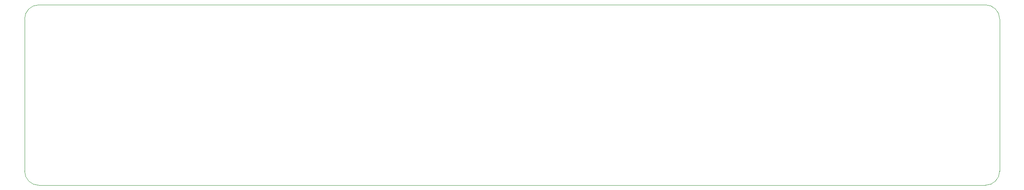
<source format=gbr>
%TF.GenerationSoftware,KiCad,Pcbnew,8.0.6*%
%TF.CreationDate,2024-10-21T13:50:09+02:00*%
%TF.ProjectId,rgb-to-hdmi,7267622d-746f-42d6-9864-6d692e6b6963,0.01*%
%TF.SameCoordinates,Original*%
%TF.FileFunction,Profile,NP*%
%FSLAX46Y46*%
G04 Gerber Fmt 4.6, Leading zero omitted, Abs format (unit mm)*
G04 Created by KiCad (PCBNEW 8.0.6) date 2024-10-21 13:50:09*
%MOMM*%
%LPD*%
G01*
G04 APERTURE LIST*
%TA.AperFunction,Profile*%
%ADD10C,0.100000*%
%TD*%
G04 APERTURE END LIST*
D10*
X-16681000Y-67369040D02*
G75*
G02*
X-19681000Y-64369040I0J3000000D01*
G01*
X187819000Y-64369040D02*
G75*
G02*
X184819000Y-67369040I-3000000J0D01*
G01*
X-19681000Y-31869040D02*
G75*
G02*
X-16681000Y-28869040I3000000J0D01*
G01*
X184819000Y-28869040D02*
G75*
G02*
X187819000Y-31869040I0J-3000000D01*
G01*
X-19681000Y-31869040D02*
X-19681000Y-64369040D01*
X-16681000Y-28869040D02*
X184819000Y-28869040D01*
X187819000Y-31869040D02*
X187819000Y-64369040D01*
X-16681000Y-67369040D02*
X184819000Y-67369040D01*
M02*

</source>
